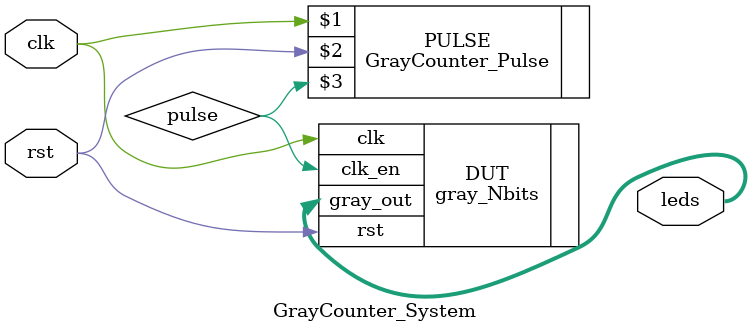
<source format=v>
`timescale 1ns / 1ps
module GrayCounter_System(clk,rst,leds);
  parameter N = 4;
  parameter distance =1000000; // How much for 1 Hz when clk period is 10 ns?
  input clk, rst;
  output [N-1:0] leds;
  wire pulse;
    
  // Instantiation of the GrayCounter_Pulse 
  // Here
  GrayCounter_Pulse PULSE(clk, rst,pulse);
  gray_Nbits DUT(.clk(clk), .clk_en(pulse), .rst(rst), .gray_out(leds));  
	 
  // Instantiation of the gray_Nbits 
  // Here


endmodule

</source>
